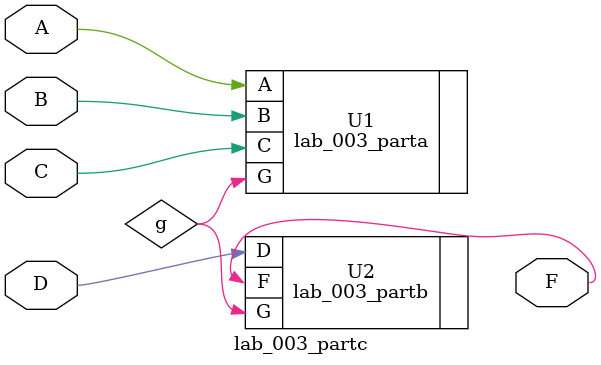
<source format=v>
module lab_003_partc (
  input A, B, C, D,
  output F
);

  wire g;

  lab_003_parta U1 (
    .A( A ),
    .B( B ),
    .C( C ),
    .G( g )
  );  

  lab_003_partb U2 (
    .G( g ),
    .D( D ),
    .F( F )
  );

endmodule

</source>
